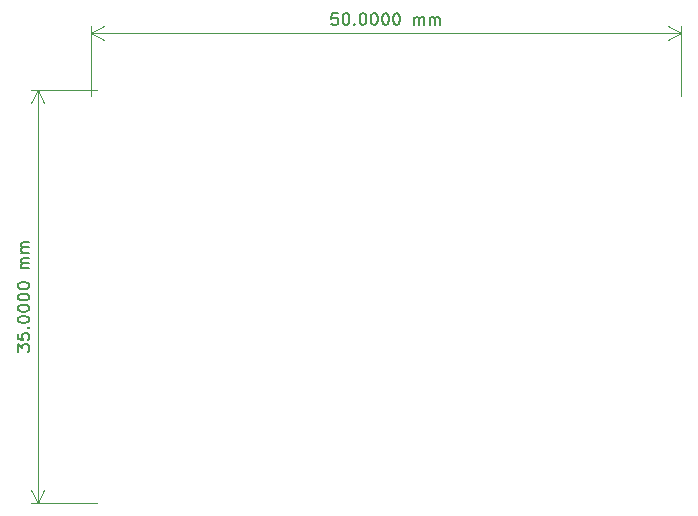
<source format=gbr>
%TF.GenerationSoftware,KiCad,Pcbnew,8.0.0*%
%TF.CreationDate,2024-09-29T18:30:20+09:00*%
%TF.ProjectId,tiny402_sounds_player_V2_0807_,74696e79-3430-4325-9f73-6f756e64735f,rev?*%
%TF.SameCoordinates,Original*%
%TF.FileFunction,OtherDrawing,Comment*%
%FSLAX46Y46*%
G04 Gerber Fmt 4.6, Leading zero omitted, Abs format (unit mm)*
G04 Created by KiCad (PCBNEW 8.0.0) date 2024-09-29 18:30:20*
%MOMM*%
%LPD*%
G01*
G04 APERTURE LIST*
%ADD10C,0.150000*%
%ADD11C,0.100000*%
G04 APERTURE END LIST*
D10*
X93804819Y-87166665D02*
X93804819Y-86547618D01*
X93804819Y-86547618D02*
X94185771Y-86880951D01*
X94185771Y-86880951D02*
X94185771Y-86738094D01*
X94185771Y-86738094D02*
X94233390Y-86642856D01*
X94233390Y-86642856D02*
X94281009Y-86595237D01*
X94281009Y-86595237D02*
X94376247Y-86547618D01*
X94376247Y-86547618D02*
X94614342Y-86547618D01*
X94614342Y-86547618D02*
X94709580Y-86595237D01*
X94709580Y-86595237D02*
X94757200Y-86642856D01*
X94757200Y-86642856D02*
X94804819Y-86738094D01*
X94804819Y-86738094D02*
X94804819Y-87023808D01*
X94804819Y-87023808D02*
X94757200Y-87119046D01*
X94757200Y-87119046D02*
X94709580Y-87166665D01*
X93804819Y-85642856D02*
X93804819Y-86119046D01*
X93804819Y-86119046D02*
X94281009Y-86166665D01*
X94281009Y-86166665D02*
X94233390Y-86119046D01*
X94233390Y-86119046D02*
X94185771Y-86023808D01*
X94185771Y-86023808D02*
X94185771Y-85785713D01*
X94185771Y-85785713D02*
X94233390Y-85690475D01*
X94233390Y-85690475D02*
X94281009Y-85642856D01*
X94281009Y-85642856D02*
X94376247Y-85595237D01*
X94376247Y-85595237D02*
X94614342Y-85595237D01*
X94614342Y-85595237D02*
X94709580Y-85642856D01*
X94709580Y-85642856D02*
X94757200Y-85690475D01*
X94757200Y-85690475D02*
X94804819Y-85785713D01*
X94804819Y-85785713D02*
X94804819Y-86023808D01*
X94804819Y-86023808D02*
X94757200Y-86119046D01*
X94757200Y-86119046D02*
X94709580Y-86166665D01*
X94709580Y-85166665D02*
X94757200Y-85119046D01*
X94757200Y-85119046D02*
X94804819Y-85166665D01*
X94804819Y-85166665D02*
X94757200Y-85214284D01*
X94757200Y-85214284D02*
X94709580Y-85166665D01*
X94709580Y-85166665D02*
X94804819Y-85166665D01*
X93804819Y-84499999D02*
X93804819Y-84404761D01*
X93804819Y-84404761D02*
X93852438Y-84309523D01*
X93852438Y-84309523D02*
X93900057Y-84261904D01*
X93900057Y-84261904D02*
X93995295Y-84214285D01*
X93995295Y-84214285D02*
X94185771Y-84166666D01*
X94185771Y-84166666D02*
X94423866Y-84166666D01*
X94423866Y-84166666D02*
X94614342Y-84214285D01*
X94614342Y-84214285D02*
X94709580Y-84261904D01*
X94709580Y-84261904D02*
X94757200Y-84309523D01*
X94757200Y-84309523D02*
X94804819Y-84404761D01*
X94804819Y-84404761D02*
X94804819Y-84499999D01*
X94804819Y-84499999D02*
X94757200Y-84595237D01*
X94757200Y-84595237D02*
X94709580Y-84642856D01*
X94709580Y-84642856D02*
X94614342Y-84690475D01*
X94614342Y-84690475D02*
X94423866Y-84738094D01*
X94423866Y-84738094D02*
X94185771Y-84738094D01*
X94185771Y-84738094D02*
X93995295Y-84690475D01*
X93995295Y-84690475D02*
X93900057Y-84642856D01*
X93900057Y-84642856D02*
X93852438Y-84595237D01*
X93852438Y-84595237D02*
X93804819Y-84499999D01*
X93804819Y-83547618D02*
X93804819Y-83452380D01*
X93804819Y-83452380D02*
X93852438Y-83357142D01*
X93852438Y-83357142D02*
X93900057Y-83309523D01*
X93900057Y-83309523D02*
X93995295Y-83261904D01*
X93995295Y-83261904D02*
X94185771Y-83214285D01*
X94185771Y-83214285D02*
X94423866Y-83214285D01*
X94423866Y-83214285D02*
X94614342Y-83261904D01*
X94614342Y-83261904D02*
X94709580Y-83309523D01*
X94709580Y-83309523D02*
X94757200Y-83357142D01*
X94757200Y-83357142D02*
X94804819Y-83452380D01*
X94804819Y-83452380D02*
X94804819Y-83547618D01*
X94804819Y-83547618D02*
X94757200Y-83642856D01*
X94757200Y-83642856D02*
X94709580Y-83690475D01*
X94709580Y-83690475D02*
X94614342Y-83738094D01*
X94614342Y-83738094D02*
X94423866Y-83785713D01*
X94423866Y-83785713D02*
X94185771Y-83785713D01*
X94185771Y-83785713D02*
X93995295Y-83738094D01*
X93995295Y-83738094D02*
X93900057Y-83690475D01*
X93900057Y-83690475D02*
X93852438Y-83642856D01*
X93852438Y-83642856D02*
X93804819Y-83547618D01*
X93804819Y-82595237D02*
X93804819Y-82499999D01*
X93804819Y-82499999D02*
X93852438Y-82404761D01*
X93852438Y-82404761D02*
X93900057Y-82357142D01*
X93900057Y-82357142D02*
X93995295Y-82309523D01*
X93995295Y-82309523D02*
X94185771Y-82261904D01*
X94185771Y-82261904D02*
X94423866Y-82261904D01*
X94423866Y-82261904D02*
X94614342Y-82309523D01*
X94614342Y-82309523D02*
X94709580Y-82357142D01*
X94709580Y-82357142D02*
X94757200Y-82404761D01*
X94757200Y-82404761D02*
X94804819Y-82499999D01*
X94804819Y-82499999D02*
X94804819Y-82595237D01*
X94804819Y-82595237D02*
X94757200Y-82690475D01*
X94757200Y-82690475D02*
X94709580Y-82738094D01*
X94709580Y-82738094D02*
X94614342Y-82785713D01*
X94614342Y-82785713D02*
X94423866Y-82833332D01*
X94423866Y-82833332D02*
X94185771Y-82833332D01*
X94185771Y-82833332D02*
X93995295Y-82785713D01*
X93995295Y-82785713D02*
X93900057Y-82738094D01*
X93900057Y-82738094D02*
X93852438Y-82690475D01*
X93852438Y-82690475D02*
X93804819Y-82595237D01*
X93804819Y-81642856D02*
X93804819Y-81547618D01*
X93804819Y-81547618D02*
X93852438Y-81452380D01*
X93852438Y-81452380D02*
X93900057Y-81404761D01*
X93900057Y-81404761D02*
X93995295Y-81357142D01*
X93995295Y-81357142D02*
X94185771Y-81309523D01*
X94185771Y-81309523D02*
X94423866Y-81309523D01*
X94423866Y-81309523D02*
X94614342Y-81357142D01*
X94614342Y-81357142D02*
X94709580Y-81404761D01*
X94709580Y-81404761D02*
X94757200Y-81452380D01*
X94757200Y-81452380D02*
X94804819Y-81547618D01*
X94804819Y-81547618D02*
X94804819Y-81642856D01*
X94804819Y-81642856D02*
X94757200Y-81738094D01*
X94757200Y-81738094D02*
X94709580Y-81785713D01*
X94709580Y-81785713D02*
X94614342Y-81833332D01*
X94614342Y-81833332D02*
X94423866Y-81880951D01*
X94423866Y-81880951D02*
X94185771Y-81880951D01*
X94185771Y-81880951D02*
X93995295Y-81833332D01*
X93995295Y-81833332D02*
X93900057Y-81785713D01*
X93900057Y-81785713D02*
X93852438Y-81738094D01*
X93852438Y-81738094D02*
X93804819Y-81642856D01*
X94804819Y-80119046D02*
X94138152Y-80119046D01*
X94233390Y-80119046D02*
X94185771Y-80071427D01*
X94185771Y-80071427D02*
X94138152Y-79976189D01*
X94138152Y-79976189D02*
X94138152Y-79833332D01*
X94138152Y-79833332D02*
X94185771Y-79738094D01*
X94185771Y-79738094D02*
X94281009Y-79690475D01*
X94281009Y-79690475D02*
X94804819Y-79690475D01*
X94281009Y-79690475D02*
X94185771Y-79642856D01*
X94185771Y-79642856D02*
X94138152Y-79547618D01*
X94138152Y-79547618D02*
X94138152Y-79404761D01*
X94138152Y-79404761D02*
X94185771Y-79309522D01*
X94185771Y-79309522D02*
X94281009Y-79261903D01*
X94281009Y-79261903D02*
X94804819Y-79261903D01*
X94804819Y-78785713D02*
X94138152Y-78785713D01*
X94233390Y-78785713D02*
X94185771Y-78738094D01*
X94185771Y-78738094D02*
X94138152Y-78642856D01*
X94138152Y-78642856D02*
X94138152Y-78499999D01*
X94138152Y-78499999D02*
X94185771Y-78404761D01*
X94185771Y-78404761D02*
X94281009Y-78357142D01*
X94281009Y-78357142D02*
X94804819Y-78357142D01*
X94281009Y-78357142D02*
X94185771Y-78309523D01*
X94185771Y-78309523D02*
X94138152Y-78214285D01*
X94138152Y-78214285D02*
X94138152Y-78071428D01*
X94138152Y-78071428D02*
X94185771Y-77976189D01*
X94185771Y-77976189D02*
X94281009Y-77928570D01*
X94281009Y-77928570D02*
X94804819Y-77928570D01*
D11*
X100500000Y-100000000D02*
X94913580Y-100000000D01*
X100500000Y-65000000D02*
X94913580Y-65000000D01*
X95500000Y-100000000D02*
X95500000Y-65000000D01*
X95500000Y-100000000D02*
X95500000Y-65000000D01*
X95500000Y-100000000D02*
X94913579Y-98873496D01*
X95500000Y-100000000D02*
X96086421Y-98873496D01*
X95500000Y-65000000D02*
X96086421Y-66126504D01*
X95500000Y-65000000D02*
X94913579Y-66126504D01*
D10*
X120904762Y-58514819D02*
X120428572Y-58514819D01*
X120428572Y-58514819D02*
X120380953Y-58991009D01*
X120380953Y-58991009D02*
X120428572Y-58943390D01*
X120428572Y-58943390D02*
X120523810Y-58895771D01*
X120523810Y-58895771D02*
X120761905Y-58895771D01*
X120761905Y-58895771D02*
X120857143Y-58943390D01*
X120857143Y-58943390D02*
X120904762Y-58991009D01*
X120904762Y-58991009D02*
X120952381Y-59086247D01*
X120952381Y-59086247D02*
X120952381Y-59324342D01*
X120952381Y-59324342D02*
X120904762Y-59419580D01*
X120904762Y-59419580D02*
X120857143Y-59467200D01*
X120857143Y-59467200D02*
X120761905Y-59514819D01*
X120761905Y-59514819D02*
X120523810Y-59514819D01*
X120523810Y-59514819D02*
X120428572Y-59467200D01*
X120428572Y-59467200D02*
X120380953Y-59419580D01*
X121571429Y-58514819D02*
X121666667Y-58514819D01*
X121666667Y-58514819D02*
X121761905Y-58562438D01*
X121761905Y-58562438D02*
X121809524Y-58610057D01*
X121809524Y-58610057D02*
X121857143Y-58705295D01*
X121857143Y-58705295D02*
X121904762Y-58895771D01*
X121904762Y-58895771D02*
X121904762Y-59133866D01*
X121904762Y-59133866D02*
X121857143Y-59324342D01*
X121857143Y-59324342D02*
X121809524Y-59419580D01*
X121809524Y-59419580D02*
X121761905Y-59467200D01*
X121761905Y-59467200D02*
X121666667Y-59514819D01*
X121666667Y-59514819D02*
X121571429Y-59514819D01*
X121571429Y-59514819D02*
X121476191Y-59467200D01*
X121476191Y-59467200D02*
X121428572Y-59419580D01*
X121428572Y-59419580D02*
X121380953Y-59324342D01*
X121380953Y-59324342D02*
X121333334Y-59133866D01*
X121333334Y-59133866D02*
X121333334Y-58895771D01*
X121333334Y-58895771D02*
X121380953Y-58705295D01*
X121380953Y-58705295D02*
X121428572Y-58610057D01*
X121428572Y-58610057D02*
X121476191Y-58562438D01*
X121476191Y-58562438D02*
X121571429Y-58514819D01*
X122333334Y-59419580D02*
X122380953Y-59467200D01*
X122380953Y-59467200D02*
X122333334Y-59514819D01*
X122333334Y-59514819D02*
X122285715Y-59467200D01*
X122285715Y-59467200D02*
X122333334Y-59419580D01*
X122333334Y-59419580D02*
X122333334Y-59514819D01*
X123000000Y-58514819D02*
X123095238Y-58514819D01*
X123095238Y-58514819D02*
X123190476Y-58562438D01*
X123190476Y-58562438D02*
X123238095Y-58610057D01*
X123238095Y-58610057D02*
X123285714Y-58705295D01*
X123285714Y-58705295D02*
X123333333Y-58895771D01*
X123333333Y-58895771D02*
X123333333Y-59133866D01*
X123333333Y-59133866D02*
X123285714Y-59324342D01*
X123285714Y-59324342D02*
X123238095Y-59419580D01*
X123238095Y-59419580D02*
X123190476Y-59467200D01*
X123190476Y-59467200D02*
X123095238Y-59514819D01*
X123095238Y-59514819D02*
X123000000Y-59514819D01*
X123000000Y-59514819D02*
X122904762Y-59467200D01*
X122904762Y-59467200D02*
X122857143Y-59419580D01*
X122857143Y-59419580D02*
X122809524Y-59324342D01*
X122809524Y-59324342D02*
X122761905Y-59133866D01*
X122761905Y-59133866D02*
X122761905Y-58895771D01*
X122761905Y-58895771D02*
X122809524Y-58705295D01*
X122809524Y-58705295D02*
X122857143Y-58610057D01*
X122857143Y-58610057D02*
X122904762Y-58562438D01*
X122904762Y-58562438D02*
X123000000Y-58514819D01*
X123952381Y-58514819D02*
X124047619Y-58514819D01*
X124047619Y-58514819D02*
X124142857Y-58562438D01*
X124142857Y-58562438D02*
X124190476Y-58610057D01*
X124190476Y-58610057D02*
X124238095Y-58705295D01*
X124238095Y-58705295D02*
X124285714Y-58895771D01*
X124285714Y-58895771D02*
X124285714Y-59133866D01*
X124285714Y-59133866D02*
X124238095Y-59324342D01*
X124238095Y-59324342D02*
X124190476Y-59419580D01*
X124190476Y-59419580D02*
X124142857Y-59467200D01*
X124142857Y-59467200D02*
X124047619Y-59514819D01*
X124047619Y-59514819D02*
X123952381Y-59514819D01*
X123952381Y-59514819D02*
X123857143Y-59467200D01*
X123857143Y-59467200D02*
X123809524Y-59419580D01*
X123809524Y-59419580D02*
X123761905Y-59324342D01*
X123761905Y-59324342D02*
X123714286Y-59133866D01*
X123714286Y-59133866D02*
X123714286Y-58895771D01*
X123714286Y-58895771D02*
X123761905Y-58705295D01*
X123761905Y-58705295D02*
X123809524Y-58610057D01*
X123809524Y-58610057D02*
X123857143Y-58562438D01*
X123857143Y-58562438D02*
X123952381Y-58514819D01*
X124904762Y-58514819D02*
X125000000Y-58514819D01*
X125000000Y-58514819D02*
X125095238Y-58562438D01*
X125095238Y-58562438D02*
X125142857Y-58610057D01*
X125142857Y-58610057D02*
X125190476Y-58705295D01*
X125190476Y-58705295D02*
X125238095Y-58895771D01*
X125238095Y-58895771D02*
X125238095Y-59133866D01*
X125238095Y-59133866D02*
X125190476Y-59324342D01*
X125190476Y-59324342D02*
X125142857Y-59419580D01*
X125142857Y-59419580D02*
X125095238Y-59467200D01*
X125095238Y-59467200D02*
X125000000Y-59514819D01*
X125000000Y-59514819D02*
X124904762Y-59514819D01*
X124904762Y-59514819D02*
X124809524Y-59467200D01*
X124809524Y-59467200D02*
X124761905Y-59419580D01*
X124761905Y-59419580D02*
X124714286Y-59324342D01*
X124714286Y-59324342D02*
X124666667Y-59133866D01*
X124666667Y-59133866D02*
X124666667Y-58895771D01*
X124666667Y-58895771D02*
X124714286Y-58705295D01*
X124714286Y-58705295D02*
X124761905Y-58610057D01*
X124761905Y-58610057D02*
X124809524Y-58562438D01*
X124809524Y-58562438D02*
X124904762Y-58514819D01*
X125857143Y-58514819D02*
X125952381Y-58514819D01*
X125952381Y-58514819D02*
X126047619Y-58562438D01*
X126047619Y-58562438D02*
X126095238Y-58610057D01*
X126095238Y-58610057D02*
X126142857Y-58705295D01*
X126142857Y-58705295D02*
X126190476Y-58895771D01*
X126190476Y-58895771D02*
X126190476Y-59133866D01*
X126190476Y-59133866D02*
X126142857Y-59324342D01*
X126142857Y-59324342D02*
X126095238Y-59419580D01*
X126095238Y-59419580D02*
X126047619Y-59467200D01*
X126047619Y-59467200D02*
X125952381Y-59514819D01*
X125952381Y-59514819D02*
X125857143Y-59514819D01*
X125857143Y-59514819D02*
X125761905Y-59467200D01*
X125761905Y-59467200D02*
X125714286Y-59419580D01*
X125714286Y-59419580D02*
X125666667Y-59324342D01*
X125666667Y-59324342D02*
X125619048Y-59133866D01*
X125619048Y-59133866D02*
X125619048Y-58895771D01*
X125619048Y-58895771D02*
X125666667Y-58705295D01*
X125666667Y-58705295D02*
X125714286Y-58610057D01*
X125714286Y-58610057D02*
X125761905Y-58562438D01*
X125761905Y-58562438D02*
X125857143Y-58514819D01*
X127380953Y-59514819D02*
X127380953Y-58848152D01*
X127380953Y-58943390D02*
X127428572Y-58895771D01*
X127428572Y-58895771D02*
X127523810Y-58848152D01*
X127523810Y-58848152D02*
X127666667Y-58848152D01*
X127666667Y-58848152D02*
X127761905Y-58895771D01*
X127761905Y-58895771D02*
X127809524Y-58991009D01*
X127809524Y-58991009D02*
X127809524Y-59514819D01*
X127809524Y-58991009D02*
X127857143Y-58895771D01*
X127857143Y-58895771D02*
X127952381Y-58848152D01*
X127952381Y-58848152D02*
X128095238Y-58848152D01*
X128095238Y-58848152D02*
X128190477Y-58895771D01*
X128190477Y-58895771D02*
X128238096Y-58991009D01*
X128238096Y-58991009D02*
X128238096Y-59514819D01*
X128714286Y-59514819D02*
X128714286Y-58848152D01*
X128714286Y-58943390D02*
X128761905Y-58895771D01*
X128761905Y-58895771D02*
X128857143Y-58848152D01*
X128857143Y-58848152D02*
X129000000Y-58848152D01*
X129000000Y-58848152D02*
X129095238Y-58895771D01*
X129095238Y-58895771D02*
X129142857Y-58991009D01*
X129142857Y-58991009D02*
X129142857Y-59514819D01*
X129142857Y-58991009D02*
X129190476Y-58895771D01*
X129190476Y-58895771D02*
X129285714Y-58848152D01*
X129285714Y-58848152D02*
X129428571Y-58848152D01*
X129428571Y-58848152D02*
X129523810Y-58895771D01*
X129523810Y-58895771D02*
X129571429Y-58991009D01*
X129571429Y-58991009D02*
X129571429Y-59514819D01*
D11*
X100000000Y-65500000D02*
X100000000Y-59623580D01*
X150000000Y-65500000D02*
X150000000Y-59623580D01*
X100000000Y-60210000D02*
X150000000Y-60210000D01*
X100000000Y-60210000D02*
X150000000Y-60210000D01*
X100000000Y-60210000D02*
X101126504Y-59623579D01*
X100000000Y-60210000D02*
X101126504Y-60796421D01*
X150000000Y-60210000D02*
X148873496Y-60796421D01*
X150000000Y-60210000D02*
X148873496Y-59623579D01*
M02*

</source>
